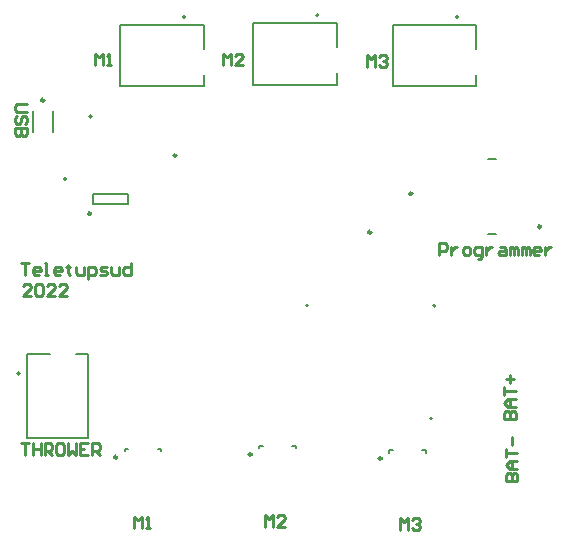
<source format=gbr>
%TF.GenerationSoftware,Altium Limited,Altium Designer,22.10.1 (41)*%
G04 Layer_Color=65535*
%FSLAX45Y45*%
%MOMM*%
%TF.SameCoordinates,5B9C486D-D5A6-494F-ABD5-4A95DA49E213*%
%TF.FilePolarity,Positive*%
%TF.FileFunction,Legend,Top*%
%TF.Part,Single*%
G01*
G75*
%TA.AperFunction,NonConductor*%
%ADD47C,0.25400*%
%ADD55C,0.20000*%
%ADD56C,0.12700*%
%ADD66C,0.25000*%
D47*
X3090700Y3051700D02*
G03*
X3090700Y3051700I-12700J0D01*
G01*
X125400Y1265368D02*
X192045D01*
X158723D01*
Y1165400D01*
X225368Y1265368D02*
Y1165400D01*
Y1215384D01*
X292013D01*
Y1265368D01*
Y1165400D01*
X325336D02*
Y1265368D01*
X375320D01*
X391981Y1248706D01*
Y1215384D01*
X375320Y1198723D01*
X325336D01*
X358658D02*
X391981Y1165400D01*
X475287Y1265368D02*
X441965D01*
X425303Y1248706D01*
Y1182061D01*
X441965Y1165400D01*
X475287D01*
X491948Y1182061D01*
Y1248706D01*
X475287Y1265368D01*
X525271D02*
Y1165400D01*
X558594Y1198723D01*
X591916Y1165400D01*
Y1265368D01*
X691884D02*
X625239D01*
Y1165400D01*
X691884D01*
X625239Y1215384D02*
X658562D01*
X725207Y1165400D02*
Y1265368D01*
X775191D01*
X791852Y1248706D01*
Y1215384D01*
X775191Y1198723D01*
X725207D01*
X758529D02*
X791852Y1165400D01*
X175368Y4134600D02*
X92061D01*
X75400Y4117939D01*
Y4084616D01*
X92061Y4067955D01*
X175368D01*
X158706Y3967987D02*
X175368Y3984648D01*
Y4017971D01*
X158706Y4034632D01*
X142045D01*
X125384Y4017971D01*
Y3984648D01*
X108722Y3967987D01*
X92061D01*
X75400Y3984648D01*
Y4017971D01*
X92061Y4034632D01*
X175368Y3934664D02*
X75400D01*
Y3884681D01*
X92061Y3868019D01*
X108722D01*
X125384Y3884681D01*
Y3934664D01*
Y3884681D01*
X142045Y3868019D01*
X158706D01*
X175368Y3884681D01*
Y3934664D01*
X4230032Y950000D02*
X4330000D01*
Y999984D01*
X4313339Y1016645D01*
X4296677D01*
X4280016Y999984D01*
Y950000D01*
Y999984D01*
X4263355Y1016645D01*
X4246694D01*
X4230032Y999984D01*
Y950000D01*
X4330000Y1049968D02*
X4263355D01*
X4230032Y1083290D01*
X4263355Y1116613D01*
X4330000D01*
X4280016D01*
Y1049968D01*
X4230032Y1149935D02*
Y1216580D01*
Y1183258D01*
X4330000D01*
X4280016Y1249903D02*
Y1316548D01*
X3665400Y2858723D02*
Y2958690D01*
X3715384D01*
X3732045Y2942029D01*
Y2908706D01*
X3715384Y2892045D01*
X3665400D01*
X3765368Y2925368D02*
Y2858723D01*
Y2892045D01*
X3782029Y2908706D01*
X3798690Y2925368D01*
X3815352D01*
X3881997Y2858723D02*
X3915320D01*
X3931981Y2875384D01*
Y2908706D01*
X3915320Y2925368D01*
X3881997D01*
X3865336Y2908706D01*
Y2875384D01*
X3881997Y2858723D01*
X3998626Y2825400D02*
X4015287D01*
X4031949Y2842061D01*
Y2925368D01*
X3981965D01*
X3965303Y2908706D01*
Y2875384D01*
X3981965Y2858723D01*
X4031949D01*
X4065271Y2925368D02*
Y2858723D01*
Y2892045D01*
X4081933Y2908706D01*
X4098594Y2925368D01*
X4115255D01*
X4181900D02*
X4215223D01*
X4231884Y2908706D01*
Y2858723D01*
X4181900D01*
X4165239Y2875384D01*
X4181900Y2892045D01*
X4231884D01*
X4265207Y2858723D02*
Y2925368D01*
X4281868D01*
X4298529Y2908706D01*
Y2858723D01*
Y2908706D01*
X4315191Y2925368D01*
X4331852Y2908706D01*
Y2858723D01*
X4365175D02*
Y2925368D01*
X4381836D01*
X4398497Y2908706D01*
Y2858723D01*
Y2908706D01*
X4415159Y2925368D01*
X4431820Y2908706D01*
Y2858723D01*
X4515126D02*
X4481804D01*
X4465142Y2875384D01*
Y2908706D01*
X4481804Y2925368D01*
X4515126D01*
X4531787Y2908706D01*
Y2892045D01*
X4465142D01*
X4565110Y2925368D02*
Y2858723D01*
Y2892045D01*
X4581772Y2908706D01*
X4598433Y2925368D01*
X4615094D01*
X212045Y2515400D02*
X145400D01*
X212045Y2582045D01*
Y2598707D01*
X195384Y2615368D01*
X162061D01*
X145400Y2598707D01*
X245368D02*
X262029Y2615368D01*
X295352D01*
X312013Y2598707D01*
Y2532061D01*
X295352Y2515400D01*
X262029D01*
X245368Y2532061D01*
Y2598707D01*
X411981Y2515400D02*
X345336D01*
X411981Y2582045D01*
Y2598707D01*
X395320Y2615368D01*
X361997D01*
X345336Y2598707D01*
X511948Y2515400D02*
X445303D01*
X511948Y2582045D01*
Y2598707D01*
X495287Y2615368D01*
X461965D01*
X445303Y2598707D01*
X125400Y2788690D02*
X192045D01*
X158723D01*
Y2688723D01*
X275352D02*
X242029D01*
X225368Y2705384D01*
Y2738706D01*
X242029Y2755368D01*
X275352D01*
X292013Y2738706D01*
Y2722045D01*
X225368D01*
X325336Y2688723D02*
X358658D01*
X341997D01*
Y2788690D01*
X325336D01*
X458626Y2688723D02*
X425303D01*
X408642Y2705384D01*
Y2738706D01*
X425303Y2755368D01*
X458626D01*
X475287Y2738706D01*
Y2722045D01*
X408642D01*
X525271Y2772029D02*
Y2755368D01*
X508610D01*
X541932D01*
X525271D01*
Y2705384D01*
X541932Y2688723D01*
X591916Y2755368D02*
Y2705384D01*
X608578Y2688723D01*
X658561D01*
Y2755368D01*
X691884Y2655400D02*
Y2755368D01*
X741868D01*
X758529Y2738706D01*
Y2705384D01*
X741868Y2688723D01*
X691884D01*
X791852D02*
X841836D01*
X858497Y2705384D01*
X841836Y2722045D01*
X808513D01*
X791852Y2738706D01*
X808513Y2755368D01*
X858497D01*
X891820D02*
Y2705384D01*
X908481Y2688723D01*
X958465D01*
Y2755368D01*
X1058432Y2788690D02*
Y2688723D01*
X1008449D01*
X991787Y2705384D01*
Y2738706D01*
X1008449Y2755368D01*
X1058432D01*
X4214632Y1475400D02*
X4314600D01*
Y1525384D01*
X4297939Y1542045D01*
X4281277D01*
X4264616Y1525384D01*
Y1475400D01*
Y1525384D01*
X4247955Y1542045D01*
X4231294D01*
X4214632Y1525384D01*
Y1475400D01*
X4314600Y1575368D02*
X4247955D01*
X4214632Y1608690D01*
X4247955Y1642013D01*
X4314600D01*
X4264616D01*
Y1575368D01*
X4214632Y1675335D02*
Y1741981D01*
Y1708658D01*
X4314600D01*
X4264616Y1775303D02*
Y1841948D01*
X4231294Y1808626D02*
X4297939D01*
X3055400Y4455400D02*
Y4555368D01*
X3088723Y4522045D01*
X3122045Y4555368D01*
Y4455400D01*
X3155368Y4538706D02*
X3172029Y4555368D01*
X3205352D01*
X3222013Y4538706D01*
Y4522045D01*
X3205352Y4505384D01*
X3188690D01*
X3205352D01*
X3222013Y4488723D01*
Y4472061D01*
X3205352Y4455400D01*
X3172029D01*
X3155368Y4472061D01*
X1835400Y4465400D02*
Y4565368D01*
X1868722Y4532045D01*
X1902045Y4565368D01*
Y4465400D01*
X2002013D02*
X1935368D01*
X2002013Y4532045D01*
Y4548706D01*
X1985352Y4565368D01*
X1952029D01*
X1935368Y4548706D01*
X755400Y4465400D02*
Y4565368D01*
X788723Y4532045D01*
X822045Y4565368D01*
Y4465400D01*
X855368D02*
X888690D01*
X872029D01*
Y4565368D01*
X855368Y4548706D01*
X3335400Y535400D02*
Y635368D01*
X3368722Y602045D01*
X3402045Y635368D01*
Y535400D01*
X3435368Y618706D02*
X3452029Y635368D01*
X3485352D01*
X3502013Y618706D01*
Y602045D01*
X3485352Y585384D01*
X3468690D01*
X3485352D01*
X3502013Y568723D01*
Y552061D01*
X3485352Y535400D01*
X3452029D01*
X3435368Y552061D01*
X2195400Y555400D02*
Y655368D01*
X2228722Y622045D01*
X2262045Y655368D01*
Y555400D01*
X2362013D02*
X2295368D01*
X2362013Y622045D01*
Y638706D01*
X2345352Y655368D01*
X2312029D01*
X2295368Y638706D01*
X1085400Y545400D02*
Y645368D01*
X1118722Y612045D01*
X1152045Y645368D01*
Y545400D01*
X1185368D02*
X1218690D01*
X1202029D01*
Y645368D01*
X1185368Y628706D01*
D55*
X2556100Y2431600D02*
G03*
X2556100Y2431600I-10000J0D01*
G01*
X3636100D02*
G03*
X3636100Y2431600I-10000J0D01*
G01*
X724900Y4032400D02*
G03*
X724900Y4032400I-10000J0D01*
G01*
X3607600Y1474900D02*
G03*
X3607600Y1474900I-10000J0D01*
G01*
X509640Y3503867D02*
G03*
X509640Y3503867I-10000J0D01*
G01*
X3827000Y4874800D02*
G03*
X3827000Y4874800I-10000J0D01*
G01*
X115200Y1857000D02*
G03*
X115200Y1857000I-10000J0D01*
G01*
X2644000Y4890800D02*
G03*
X2644000Y4890800I-10000J0D01*
G01*
X1517000Y4874800D02*
G03*
X1517000Y4874800I-10000J0D01*
G01*
X1005000Y1197500D02*
Y1215000D01*
X1315000Y1197500D02*
Y1215000D01*
X1285000D02*
X1315000D01*
X1005000D02*
X1035000D01*
X395000Y3905000D02*
Y4075000D01*
X225000Y3905000D02*
Y4075000D01*
X3245000Y1205000D02*
X3275000D01*
X3525000D02*
X3555000D01*
Y1187500D02*
Y1205000D01*
X3245000Y1187500D02*
Y1205000D01*
X2145000Y1240000D02*
X2175000D01*
X2425000D02*
X2455000D01*
Y1222500D02*
Y1240000D01*
X2145000Y1222500D02*
Y1240000D01*
X4082434Y3670500D02*
X4150567D01*
X4082434Y3035500D02*
X4150567D01*
X740000Y3377500D02*
X1030000D01*
X740000Y3287500D02*
X1030000D01*
Y3377500D01*
X740000Y3287500D02*
Y3377500D01*
D56*
X3981500Y4604000D02*
Y4807000D01*
Y4287000D02*
Y4384000D01*
X3274500Y4287000D02*
X3981500D01*
X3274500D02*
Y4807000D01*
X3981500D01*
X173000Y2021500D02*
X376000D01*
X596000D02*
X693000D01*
Y1314500D02*
Y2021500D01*
X173000Y1314500D02*
X693000D01*
X173000D02*
Y2021500D01*
X2798500Y4620000D02*
Y4823000D01*
Y4303000D02*
Y4400000D01*
X2091500Y4303000D02*
X2798500D01*
X2091500D02*
Y4823000D01*
X2798500D01*
X1671500Y4604000D02*
Y4807000D01*
Y4287000D02*
Y4384000D01*
X964500Y4287000D02*
X1671500D01*
X964500D02*
Y4807000D01*
X1671500D01*
D66*
X1441400Y3703800D02*
G03*
X1441400Y3703800I-12500J0D01*
G01*
X3438700Y3378900D02*
G03*
X3438700Y3378900I-12500J0D01*
G01*
X940000Y1147500D02*
G03*
X940000Y1147500I-12500J0D01*
G01*
X322500Y4170000D02*
G03*
X322500Y4170000I-12500J0D01*
G01*
X3180000Y1137500D02*
G03*
X3180000Y1137500I-12500J0D01*
G01*
X2080000Y1172500D02*
G03*
X2080000Y1172500I-12500J0D01*
G01*
X4527000Y3099000D02*
G03*
X4527000Y3099000I-12500J0D01*
G01*
X717500Y3210000D02*
G03*
X717500Y3210000I-12500J0D01*
G01*
%TF.MD5,1b8c7ab14f1678628fe31759c33058de*%
M02*

</source>
